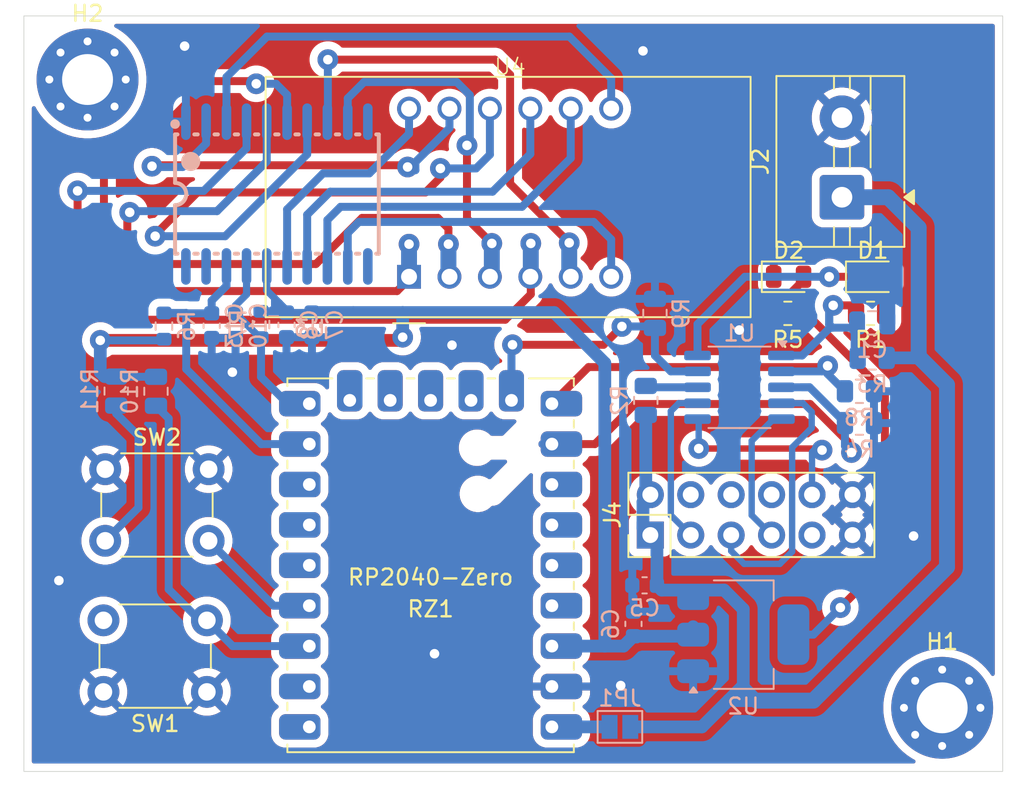
<source format=kicad_pcb>
(kicad_pcb (version 20241229) (generator "pcbnew") (generator_version "9.0")
  (layers (0 "F.Cu" signal) (2 "B.Cu" signal) (13 "F.Paste" user) (15 "B.Paste" user) (5 "F.SilkS" user "F.Silkscreen") (7 "B.SilkS" user "B.Silkscreen") (1 "F.Mask" user) (3 "B.Mask" user) (25 "Edge.Cuts" user))
  (net 0 "")
  (net 1 "VBUS")
  (net 2 "GND")
  (net 3 "+3V3")
  (net 4 "DIO")
  (net 5 "CLK")
  (net 6 "Net-(D2-A)")
  (net 7 "CFG1")
  (net 10 "Net-(RZ1-GP3)")
  (net 11 "Net-(JP1-B)")
  (net 14 "Net-(RZ1-GP2)")
  (net 15 "CFG3")
  (net 19 "CFG2")
  (net 23 "/CC1")
  (net 24 "/CC2")
  (net 25 "/D-")
  (net 26 "VDD")
  (net 27 "Net-(U1-VBUS)")
  (net 28 "/D+")
  (net 29 "PG")
  (net 30 "Net-(U3-SG1KS2)")
  (net 31 "GRID3")
  (net 32 "Net-(U3-SG1KS1)")
  (net 33 "GRID4")
  (net 34 "GRID1")
  (net 35 "Net-(U3-SG1KS6)")
  (net 36 "Net-(U3-SG1KS3)")
  (net 39 "Net-(U3-SG1KS8)")
  (net 40 "Net-(U3-SG1KS5)")
  (net 43 "Net-(U3-SG1KS4)")
  (net 44 "GRID2")
  (net 45 "Net-(U3-SG1KS7)")
  (net 46 "Net-(D1-A)")
  (footprint "LED_SMD:LED_0805_2012Metric" (layer "F.Cu") (at 162.3375 68.9)
    (property "Reference" "D1")
    (property "Value" "LED_RED")
  )
  (footprint "MountingHole:MountingHole_3.2mm_M3_Pad_Via" (layer "F.Cu") (at 166.697056 96)
    (property "Reference" "H1")
    (property "Value" "MountingHole")
  )
  (footprint "Resistor_SMD:R_0805_2012Metric_Pad1.20x1.40mm_HandSolder" (layer "F.Cu") (at 157 71.2 180)
    (property "Reference" "R5")
    (property "Value" "2K2")
  )
  (footprint "Connector_PinHeader_2.54mm:PinHeader_2x06_P2.54mm_Vertical" (layer "F.Cu") (at 148.36 85.14 90)
    (property "Reference" "J4")
    (property "Value" "Conn_02x06_Odd_Even")
  )
  (footprint "MountingHole:MountingHole_3.2mm_M3_Pad_Via" (layer "F.Cu") (at 113 56.5)
    (property "Reference" "H2")
    (property "Value" "MountingHole")
  )
  (footprint "Button_Switch_THT:SW_PUSH_6mm" (layer "F.Cu") (at 114.11 81)
    (property "Reference" "SW2")
    (property "Value" "SW_Push")
  )
  (footprint "LED_SMD:LED_0805_2012Metric" (layer "F.Cu") (at 157.05 68.9)
    (property "Reference" "D2")
    (property "Value" "RED")
  )
  (footprint "TerminalBlock:TerminalBlock_MaiXu_MX126-5.0-02P_1x02_P5.00mm" (layer "F.Cu") (at 160.4 63.9 90)
    (property "Reference" "J2")
    (property "Value" "OUTPUT")
  )
  (footprint "Resistor_SMD:R_0805_2012Metric" (layer "F.Cu") (at 162.2 71.2 180)
    (property "Reference" "R1")
    (property "Value" "1K")
  )
  (footprint "Lib-0:RP2040-Zero" (layer "F.Cu") (at 144.715 74.34 180)
    (property "Reference" "RZ1")
    (property "Value" "RP2040-Zero")
  )
  (footprint "Button_Switch_THT:SW_PUSH_6mm" (layer "F.Cu") (at 120.5 95 180)
    (property "Reference" "SW1")
    (property "Value" "SW_Push")
  )
  (footprint "Lib-0:7segment_0.36inch_fourinone" (layer "F.Cu") (at 123.04 56.2)
    (property "Reference" "U4")
    (property "Value" "7SEgment")
  )
  (footprint "Capacitor_SMD:C_0603_1608Metric" (layer "B.Cu") (at 127.1 71.925 90)
    (property "Reference" "C7")
    (property "Value" "10uF")
  )
  (footprint "Package_TO_SOT_SMD:SOT-223-3_TabPin2" (layer "B.Cu") (at 154.2 91.4)
    (property "Reference" "U2")
    (property "Value" "AMS1117-3.3")
  )
  (footprint "Resistor_SMD:R_0805_2012Metric" (layer "B.Cu") (at 117.3 76.1 -90)
    (property "Reference" "R10")
    (property "Value" "10K")
  )
  (footprint "Resistor_SMD:R_0603_1608Metric" (layer "B.Cu") (at 117.8 72 90)
    (property "Reference" "R6")
    (property "Value" "10K")
  )
  (footprint "Resistor_SMD:R_0805_2012Metric" (layer "B.Cu") (at 148.65 71.2 90)
    (property "Reference" "R9")
    (property "Value" "10K")
  )
  (footprint "Package_SO:SSOP-10-1EP_3.9x4.9mm_P1mm_EP2.1x3.3mm" (layer "B.Cu") (at 153.9625 75.85 180)
    (property "Reference" "U1")
    (property "Value" "CH224K")
  )
  (footprint "Capacitor_SMD:C_0603_1608Metric" (layer "B.Cu") (at 125.5 71.925 90)
    (property "Reference" "C8")
    (property "Value" "100nF")
  )
  (footprint "Capacitor_SMD:C_0603_1608Metric" (layer "B.Cu") (at 147.3 90.725 -90)
    (property "Reference" "C6")
    (property "Value" "10uF")
  )
  (footprint "Resistor_SMD:R_0805_2012Metric" (layer "B.Cu") (at 162.3 74)
    (property "Reference" "R3")
    (property "Value" "1K")
  )
  (footprint "Jumper:SolderJumper-2_P1.3mm_Open_Pad1.0x1.5mm" (layer "B.Cu") (at 146.45 97.2 180)
    (property "Reference" "JP1")
    (property "Value" "Jumper_2_Open")
  )
  (footprint "Lib-0:SOP-20_L12.8-W7.5-P1.27-LS10.4-BL" (layer "B.Cu") (at 124.9 63.7)
    (property "Reference" "U3")
    (property "Value" "TM1637")
  )
  (footprint "Capacitor_SMD:C_0805_2012Metric" (layer "B.Cu") (at 162.3 71.8)
    (property "Reference" "C1")
    (property "Value" "1 uF")
  )
  (footprint "Capacitor_SMD:C_0603_1608Metric" (layer "B.Cu") (at 120.8 71.975 90)
    (property "Reference" "C13")
    (property "Value" "100pF")
  )
  (footprint "Resistor_SMD:R_0805_2012Metric" (layer "B.Cu") (at 148.075 76.675 -90)
    (property "Reference" "R2")
    (property "Value" "10K")
  )
  (footprint "Resistor_SMD:R_0805_2012Metric" (layer "B.Cu") (at 114.8 76.0875 -90)
    (property "Reference" "R11")
    (property "Value" "10K")
  )
  (footprint "Resistor_SMD:R_0603_1608Metric" (layer "B.Cu") (at 123.9 71.9 -90)
    (property "Reference" "R7")
    (property "Value" "10K")
  )
  (footprint "Resistor_SMD:R_0805_2012Metric" (layer "B.Cu") (at 161.5 78.1)
    (property "Reference" "R4")
    (property "Value" "10K")
  )
  (footprint "Capacitor_SMD:C_0603_1608Metric" (layer "B.Cu") (at 122.3 71.975 90)
    (property "Reference" "C10")
    (property "Value" "100pF")
  )
  (footprint "Capacitor_SMD:C_0603_1608Metric" (layer "B.Cu") (at 148 88.3)
    (property "Reference" "C5")
    (property "Value" "10uF")
  )
  (footprint "Resistor_SMD:R_0805_2012Metric" (layer "B.Cu") (at 161.5 76.1)
    (property "Reference" "R8")
    (property "Value" "10K")
  )
  (gr_rect (start 109 52.5) (end 170.5 100) (stroke (width 0.05)) (fill no) (layer "Edge.Cuts"))
  (segment (start 155.05 95.55) (end 154.2 94.7) (width 0.8) (layer "B.Cu") (net 1))
  (segment (start 147.9 83.06) (end 147.9 84.68) (width 0.8) (layer "B.Cu") (net 1))
  (segment (start 147.9 84.68) (end 148.36 85.14) (width 0.8) (layer "B.Cu") (net 1))
  (segment (start 165.02 73.68) (end 164.6 74.1) (width 0.5) (layer "B.Cu") (net 1))
  (segment (start 154.2 94.7) (end 154.1 94.7) (width 0.8) (layer "B.Cu") (net 1))
  (segment (start 165.22 65.82) (end 163.3 63.9) (width 1) (layer "B.Cu") (net 1))
  (segment (start 148.775 85.555) (end 148.36 85.14) (width 0.8) (layer "B.Cu") (net 1))
  (segment (start 151.6 97.2) (end 147.1 97.2) (width 0.8) (layer "B.Cu") (net 1))
  (segment (start 156.1 95.55) (end 153.35 95.55) (width 0.8) (layer "B.Cu") (net 1))
  (segment (start 165.22 73.68) (end 165.22 65.82) (width 1) (layer "B.Cu") (net 1))
  (segment (start 155.05 95.55) (end 156.1 95.55) (width 1) (layer "B.Cu") (net 1))
  (segment (start 167 87.15) (end 158.6 95.55) (width 1) (layer "B.Cu") (net 1))
  (segment (start 154.2 94.7) (end 154.2 89.8) (width 0.8) (layer "B.Cu") (net 1))
  (segment (start 165.22 73.68) (end 165.02 73.68) (width 0.5) (layer "B.Cu") (net 1))
  (segment (start 164.6 74.1) (end 163.025 74.1) (width 0.5) (layer "B.Cu") (net 1))
  (segment (start 167 75.7) (end 167 87.15) (width 1) (layer "B.Cu") (net 1))
  (segment (start 165.22 73.92) (end 167 75.7) (width 1) (layer "B.Cu") (net 1))
  (segment (start 154.1 94.7) (end 153.3 95.5) (width 0.8) (layer "B.Cu") (net 1))
  (segment (start 158.6 95.55) (end 156.1 95.55) (width 1) (layer "B.Cu") (net 1))
  (segment (start 148.775 88.3) (end 148.775 85.555) (width 0.8) (layer "B.Cu") (net 1))
  (segment (start 165.22 73.68) (end 165.22 73.92) (width 1) (layer "B.Cu") (net 1))
  (segment (start 153.35 95.55) (end 153.3 95.5) (width 0.8) (layer "B.Cu") (net 1))
  (segment (start 164.9 74) (end 165.22 73.68) (width 0.8) (layer "B.Cu") (net 1))
  (segment (start 153.3 95.5) (end 151.6 97.2) (width 0.8) (layer "B.Cu") (net 1))
  (segment (start 153 88.6) (end 149.075 88.6) (width 0.8) (layer "B.Cu") (net 1))
  (segment (start 149.075 88.6) (end 148.775 88.3) (width 0.8) (layer "B.Cu") (net 1))
  (segment (start 148.36 82.6) (end 147.9 83.06) (width 0.8) (layer "B.Cu") (net 1))
  (segment (start 148.075 82.315) (end 148.075 77.5875) (width 0.8) (layer "B.Cu") (net 1))
  (segment (start 163.3 63.9) (end 160.4 63.9) (width 1) (layer "B.Cu") (net 1))
  (segment (start 154.2 89.8) (end 153 88.6) (width 0.8) (layer "B.Cu") (net 1))
  (segment (start 148.36 82.6) (end 148.075 82.315) (width 0.8) (layer "B.Cu") (net 1))
  (segment (start 163.2125 74) (end 164.9 74) (width 0.8) (layer "B.Cu") (net 1))
  (via (at 164.9 85.2) (size 1.3) (drill 0.6) (layers "F.Cu" "B.Cu") (net 2))
  (via (at 153.95 72.25) (size 1.3) (drill 0.6) (layers "F.Cu" "B.Cu") (net 2))
  (via (at 111.2 88) (size 1.3) (drill 0.6) (layers "F.Cu" "B.Cu") (net 2))
  (via (at 119.1 54.4) (size 1.3) (drill 0.6) (layers "F.Cu" "B.Cu") (net 2))
  (via (at 147.9 54.7) (size 1.3) (drill 0.6) (layers "F.Cu" "B.Cu") (net 2))
  (via (at 122.1 74.9) (size 1.3) (drill 0.6) (layers "F.Cu" "B.Cu") (net 2))
  (via (at 134.8 92.6) (size 1.3) (drill 0.6) (layers "F.Cu" "B.Cu") (net 2))
  (via (at 135.9 73.2) (size 1.3) (drill 0.6) (layers "F.Cu" "B.Cu") (net 2))
  (via (at 146.5 94.6) (size 1.3) (drill 0.6) (layers "F.Cu" "B.Cu") (net 2))
  (segment (start 163.25 71.8) (end 163.25 69.95) (width 1) (layer "B.Cu") (net 2))
  (segment (start 163.25 69.95) (end 163.2 69.9) (width 0.5) (layer "B.Cu") (net 2))
  (segment (start 113.8 72.9) (end 132.6 72.9) (width 0.8) (layer "F.Cu") (net 3))
  (segment (start 158 71.4) (end 158.2 71.2) (width 0.5) (layer "F.Cu") (net 3))
  (segment (start 132.6 72.9) (end 132.8 72.7) (width 0.8) (layer "F.Cu") (net 3))
  (segment (start 163.1 76.15) (end 163.1 86.9) (width 0.5) (layer "F.Cu") (net 3))
  (segment (start 163.1 86.9) (end 160.3 89.7) (width 0.5) (layer "F.Cu") (net 3))
  (segment (start 158.2 71.25) (end 163.1 76.15) (width 0.5) (layer "F.Cu") (net 3))
  (segment (start 157.925 71.4) (end 158 71.4) (width 0.5) (layer "F.Cu") (net 3))
  (segment (start 158.2 71.2) (end 158.2 71.25) (width 0.5) (layer "F.Cu") (net 3))
  (via (at 160.3 89.7) (size 1.3) (drill 0.6) (layers "F.Cu" "B.Cu") (net 3))
  (via (at 113.8 72.9) (size 1.3) (drill 0.6) (layers "F.Cu" "B.Cu") (net 3))
  (via (at 132.8 72.7) (size 1.3) (drill 0.6) (layers "F.Cu" "B.Cu") (net 3))
  (segment (start 114.075 75.175) (end 114.8 75.175) (width 0.8) (layer "B.Cu") (net 3))
  (segment (start 150.45 91.5) (end 147.3 91.5) (width 0.8) (layer "B.Cu") (net 3))
  (segment (start 124.75272 70.84728) (end 124.75272 70.24728) (width 0.45) (layer "B.Cu") (net 3))
  (segment (start 127.1 71.15) (end 125.5 71.15) (width 0.45) (layer "B.Cu") (net 3))
  (segment (start 123.9 71.075) (end 125.425 71.075) (width 0.5) (layer "B.Cu") (net 3))
  (segment (start 124.26 69.75456) (end 124.75272 70.24728) (width 0.45) (layer "B.Cu") (net 3))
  (segment (start 114.8125 75.1875) (end 114.8 75.175) (width 0.5) (layer "B.Cu") (net 3))
  (segment (start 132.8 72.7) (end 132.8 71.15) (width 0.8) (layer "B.Cu") (net 3))
  (segment (start 117.725 72.9) (end 117.8 72.825) (width 0.5) (layer "B.Cu") (net 3))
  (segment (start 123.9 71.075) (end 124.525 71.075) (width 0.45) (layer "B.Cu") (net 3))
  (segment (start 129.7 71.15) (end 127.1 71.15) (width 0.8) (layer "B.Cu") (net 3))
  (segment (start 113.8 72.9) (end 117.725 72.9) (width 0.5) (layer "B.Cu") (net 3))
  (segment (start 124.75272 70.24728) (end 125.05272 70.54728) (width 0.45) (layer "B.Cu") (net 3))
  (segment (start 146.68 92.12) (end 147.3 91.5) (width 0.8) (layer "B.Cu") (net 3))
  (segment (start 125.5 70.99456) (end 125.5 71.15) (width 0.45) (layer "B.Cu") (net 3))
  (segment (start 158.6 91.4) (end 157.35 91.4) (width 0.5) (layer "B.Cu") (net 3))
  (segment (start 132.8 71.15) (end 129.7 71.15) (width 0.8) (layer "B.Cu") (net 3))
  (segment (start 145.5 92.12) (end 145.5 74.325) (width 0.8) (layer "B.Cu") (net 3))
  (segment (start 145.5 74.325) (end 142.325 71.15) (width 0.8) (layer "B.Cu") (net 3))
  (segment (start 124.525 71.075) (end 125.05272 70.54728) (width 0.45) (layer "B.Cu") (net 3))
  (segment (start 125.05272 70.54728) (end 125.5 70.99456) (width 0.45) (layer "B.Cu") (net 3))
  (segment (start 113.8 74.9) (end 114.075 75.175) (width 0.8) (layer "B.Cu") (net 3))
  (segment (start 142.175 92.12) (end 145.5 92.12) (width 0.8) (layer "B.Cu") (net 3))
  (segment (start 125.425 71.075) (end 125.5 71.15) (width 0.5) (layer "B.Cu") (net 3))
  (segment (start 113.8 72.9) (end 113.8 74.9) (width 0.8) (layer "B.Cu") (net 3))
  (segment (start 142.325 71.15) (end 132.8 71.15) (width 0.8) (layer "B.Cu") (net 3))
  (segment (start 124.26 68.25) (end 124.26 69.75456) (width 0.45) (layer "B.Cu") (net 3))
  (segment (start 124.525 71.075) (end 124.75272 70.84728) (width 0.45) (layer "B.Cu") (net 3))
  (segment (start 117.3 75.1875) (end 114.8125 75.1875) (width 0.5) (layer "B.Cu") (net 3))
  (segment (start 151.05 90.9) (end 150.45 91.5) (width 0.8) (layer "B.Cu") (net 3))
  (segment (start 160.3 89.7) (end 158.6 91.4) (width 0.5) (layer "B.Cu") (net 3))
  (segment (start 145.5 92.12) (end 146.68 92.12) (width 0.8) (layer "B.Cu") (net 3))
  (segment (start 122.99 70.01) (end 122.3 70.7) (width 0.45) (layer "B.Cu") (net 4))
  (segment (start 123.9 75.2) (end 125.58 76.88) (width 0.5) (layer "B.Cu") (net 4))
  (segment (start 123.9 72.725) (end 123.9 75.2) (width 0.5) (layer "B.Cu") (net 4))
  (segment (start 122.99 68.25) (end 122.99 70.01) (width 0.45) (layer "B.Cu") (net 4))
  (segment (start 122.3 71.2) (end 123.825 72.725) (width 0.45) (layer "B.Cu") (net 4))
  (segment (start 123.825 72.725) (end 123.9 72.725) (width 0.45) (layer "B.Cu") (net 4))
  (segment (start 122.3 70.7) (end 122.3 71.05) (width 0.45) (layer "B.Cu") (net 4))
  (segment (start 125.58 76.88) (end 126.935 76.88) (width 0.5) (layer "B.Cu") (net 4))
  (segment (start 117.825 71.2) (end 117.8 71.175) (width 0.5) (layer "B.Cu") (net 5))
  (segment (start 119.2 74.7) (end 123.92 79.42) (width 0.5) (layer "B.Cu") (net 5))
  (segment (start 121.73 68.25) (end 121.73 69.47) (width 0.5) (layer "B.Cu") (net 5))
  (segment (start 123.92 79.42) (end 126.935 79.42) (width 0.5) (layer "B.Cu") (net 5))
  (segment (start 121.73 69.47) (end 120.8 70.4) (width 0.5) (layer "B.Cu") (net 5))
  (segment (start 117.8 71.175) (end 119.2 71.175) (width 0.5) (layer "B.Cu") (net 5))
  (segment (start 120.8 71.2) (end 117.825 71.2) (width 0.5) (layer "B.Cu") (net 5))
  (segment (start 119.2 71.175) (end 119.2 74.7) (width 0.5) (layer "B.Cu") (net 5))
  (segment (start 120.8 70.4) (end 120.8 71.2) (width 0.5) (layer "B.Cu") (net 5))
  (segment (start 156.275 70.825) (end 156.275 71.4) (width 0.5) (layer "F.Cu") (net 6))
  (segment (start 158.1 68.9) (end 158.1 69) (width 0.5) (layer "F.Cu") (net 6))
  (segment (start 158.1 69) (end 156.275 70.825) (width 0.5) (layer "F.Cu") (net 6))
  (segment (start 145.425 73.175) (end 146.575 72.025) (width 0.5) (layer "F.Cu") (net 7))
  (segment (start 139.7 73.175) (end 145.425 73.175) (width 0.5) (layer "F.Cu") (net 7))
  (via (at 146.575 72.025) (size 1.3) (drill 0.6) (layers "F.Cu" "B.Cu") (net 7))
  (via (at 139.7 73.175) (size 1.3) (drill 0.6) (layers "F.Cu" "B.Cu") (net 7))
  (segment (start 146.575 72.025) (end 148.5625 72.025) (width 0.5) (layer "B.Cu") (net 7))
  (segment (start 149.65 74.85) (end 151.325 74.85) (width 0.5) (layer "B.Cu") (net 7))
  (segment (start 139.635 73.24) (end 139.7 73.175) (width 0.5) (layer "B.Cu") (net 7))
  (segment (start 148.65 73.85) (end 149.65 74.85) (width 0.5) (layer "B.Cu") (net 7))
  (segment (start 139.635 76.67) (end 139.635 73.24) (width 0.5) (layer "B.Cu") (net 7))
  (segment (start 148.65 72.1125) (end 148.65 73.85) (width 0.5) (layer "B.Cu") (net 7))
  (segment (start 148.5625 72.025) (end 148.65 72.1125) (width 0.5) (layer "B.Cu") (net 7))
  (segment (start 116.2 83.41) (end 116.2 78.9) (width 0.5) (layer "B.Cu") (net 10))
  (segment (start 114.8 77.5) (end 114.8 77) (width 0.5) (layer "B.Cu") (net 10))
  (segment (start 114.11 85.5) (end 116.2 83.41) (width 0.5) (layer "B.Cu") (net 10))
  (segment (start 116.2 78.9) (end 114.8 77.5) (width 0.5) (layer "B.Cu") (net 10))
  (segment (start 124.69 89.58) (end 126.935 89.58) (width 0.5) (layer "B.Cu") (net 10))
  (segment (start 114.8 85.5) (end 114.11 85.5) (width 0.5) (layer "B.Cu") (net 10))
  (segment (start 120.61 85.5) (end 124.69 89.58) (width 0.5) (layer "B.Cu") (net 10))
  (segment (start 145.8 97.2) (end 142.175 97.2) (width 0.8) (layer "B.Cu") (net 11))
  (segment (start 118.1 88.55) (end 120.05 90.5) (width 0.5) (layer "B.Cu") (net 14))
  (segment (start 118.1 77.8125) (end 118.1 88.55) (width 0.5) (layer "B.Cu") (net 14))
  (segment (start 126.815 92) (end 126.935 92.12) (width 0.5) (layer "B.Cu") (net 14))
  (segment (start 120.5 90.5) (end 122.12 92.12) (width 0.5) (layer "B.Cu") (net 14))
  (segment (start 120.05 90.5) (end 120.5 90.5) (width 0.5) (layer "B.Cu") (net 14))
  (segment (start 122.12 92.12) (end 126.935 92.12) (width 0.5) (layer "B.Cu") (net 14))
  (segment (start 117.3 77.0125) (end 118.1 77.8125) (width 0.5) (layer "B.Cu") (net 14))
  (segment (start 144.88 79.42) (end 142.175 79.42) (width 0.5) (layer "F.Cu") (net 15))
  (segment (start 141.58 79.42) (end 142.175 79.42) (width 0.5) (layer "F.Cu") (net 15))
  (segment (start 161 79.95) (end 161 79.5) (width 0.5) (layer "F.Cu") (net 15))
  (segment (start 158.4 76.9) (end 147.4 76.9) (width 0.5) (layer "F.Cu") (net 15))
  (segment (start 161 79.5) (end 158.4 76.9) (width 0.5) (layer "F.Cu") (net 15))
  (segment (start 147.4 76.9) (end 144.88 79.42) (width 0.5) (layer "F.Cu") (net 15))
  (via (at 161 79.95) (size 1.3) (drill 0.6) (layers "F.Cu" "B.Cu") (net 15))
  (segment (start 160.5875 78.0675) (end 160.5875 78.1) (width 0.5) (layer "B.Cu") (net 15))
  (segment (start 156.6 75.85) (end 158.3375 75.85) (width 0.5) (layer "B.Cu") (net 15))
  (segment (start 160.5875 78.1) (end 160.5875 79.5375) (width 0.5) (layer "B.Cu") (net 15))
  (segment (start 158.3375 75.85) (end 158.37 75.85) (width 0.5) (layer "B.Cu") (net 15))
  (segment (start 160.5875 79.5375) (end 161 79.95) (width 0.5) (layer "B.Cu") (net 15))
  (segment (start 142.175 79.42) (end 141.58 79.42) (width 0.5) (layer "B.Cu") (net 15))
  (segment (start 157.85 75.85) (end 158.3375 75.85) (width 0.5) (layer "B.Cu") (net 15))
  (segment (start 158.37 75.85) (end 160.5875 78.0675) (width 0.5) (layer "B.Cu") (net 15))
  (segment (start 156.6 75.85) (end 157.85 75.85) (width 0.4) (layer "B.Cu") (net 15))
  (segment (start 159.5 74.5) (end 159.422182 74.577818) (width 0.5) (layer "F.Cu") (net 19))
  (segment (start 142.17 76.88) (end 142.175 76.88) (width 0.5) (layer "F.Cu") (net 19))
  (segment (start 144.477182 74.577818) (end 142.175 76.88) (width 0.5) (layer "F.Cu") (net 19))
  (segment (start 159.422182 74.577818) (end 144.477182 74.577818) (width 0.5) (layer "F.Cu") (net 19))
  (via (at 159.5 74.5) (size 1.3) (drill 0.6) (layers "F.Cu" "B.Cu") (net 19))
  (segment (start 159.5 75.0125) (end 160.5875 76.1) (width 0.5) (layer "B.Cu") (net 19))
  (segment (start 156.6 74.85) (end 159.15 74.85) (width 0.5) (layer "B.Cu") (net 19))
  (segment (start 159.15 74.85) (end 159.5 74.5) (width 0.5) (layer "B.Cu") (net 19))
  (segment (start 159.5 74.5) (end 159.5 75.0125) (width 0.5) (layer "B.Cu") (net 19))
  (segment (start 151.325 76.85) (end 150.15 76.85) (width 0.4) (layer "B.Cu") (net 23))
  (segment (start 149.649 83.889) (end 150.9 85.14) (width 0.4) (layer "B.Cu") (net 23))
  (segment (start 150.15 76.85) (end 149.649 77.351) (width 0.4) (layer "B.Cu") (net 23))
  (segment (start 149.649 77.351) (end 149.649 83.889) (width 0.4) (layer "B.Cu") (net 23))
  (segment (start 159.05 79.7) (end 159.15 79.8) (width 0.4) (layer "F.Cu") (net 24))
  (segment (start 151.4 79.7) (end 159.05 79.7) (width 0.4) (layer "F.Cu") (net 24))
  (segment (start 159.15 79.8) (end 159.04 79.69) (width 0.4) (layer "F.Cu") (net 24))
  (segment (start 151.41 79.69) (end 151.4 79.7) (width 0.4) (layer "F.Cu") (net 24))
  (via (at 151.4 79.7) (size 1.3) (drill 0.6) (layers "F.Cu" "B.Cu") (net 24))
  (via (at 159.15 79.8) (size 1.3) (drill 0.6) (layers "F.Cu" "B.Cu") (net 24))
  (segment (start 151.4 77.925) (end 151.325 77.85) (width 0.4) (layer "B.Cu") (net 24))
  (segment (start 151.4 79.7) (end 151.4 77.925) (width 0.4) (layer "B.Cu") (net 24))
  (segment (start 158.64 79.8) (end 158.52 79.92) (width 0.4) (layer "B.Cu") (net 24))
  (segment (start 158.52 79.92) (end 158.52 82.6) (width 0.4) (layer "B.Cu") (net 24))
  (segment (start 159.15 79.8) (end 158.64 79.8) (width 0.4) (layer "B.Cu") (net 24))
  (segment (start 154.729 79.221) (end 156.1 77.85) (width 0.4) (layer "B.Cu") (net 25))
  (segment (start 154.729 83.889) (end 154.729 79.221) (width 0.4) (layer "B.Cu") (net 25))
  (segment (start 156.1 77.85) (end 156.6 77.85) (width 0.4) (layer "B.Cu") (net 25))
  (segment (start 155.98 85.14) (end 154.729 83.889) (width 0.4) (layer "B.Cu") (net 25))
  (segment (start 161.4 71.1) (end 161.4 70.775) (width 0.5) (layer "F.Cu") (net 26))
  (segment (start 159.85 70.7) (end 161.1375 70.7) (width 0.5) (layer "F.Cu") (net 26))
  (segment (start 161.1375 70.7) (end 161.3875 70.95) (width 0.5) (layer "F.Cu") (net 26))
  (via (at 159.85 70.7) (size 1.3) (drill 0.6) (layers "F.Cu" "B.Cu") (net 26))
  (segment (start 161.2 74.1) (end 161.2 72.15) (width 0.5) (layer "B.Cu") (net 26))
  (segment (start 159.85 70.7) (end 159.6 70.95) (width 0.5) (layer "B.Cu") (net 26))
  (segment (start 157.9 73.85) (end 156.6 73.85) (width 0.5) (layer "B.Cu") (net 26))
  (segment (start 159.6 71.9) (end 159.8 72.1) (width 0.5) (layer "B.Cu") (net 26))
  (segment (start 161.2 72.15) (end 161.15 72.1) (width 0.5) (layer "B.Cu") (net 26))
  (segment (start 159.6 70.95) (end 159.6 71.9) (width 0.5) (layer "B.Cu") (net 26))
  (segment (start 159.6 70.95) (end 159.6 72.15) (width 0.5) (layer "B.Cu") (net 26))
  (segment (start 159.8 72.1) (end 161.15 72.1) (width 0.5) (layer "B.Cu") (net 26))
  (segment (start 159.6 72.15) (end 157.9 73.85) (width 0.5) (layer "B.Cu") (net 26))
  (segment (start 148.5625 75.85) (end 148.5 75.7875) (width 0.5) (layer "B.Cu") (net 27))
  (segment (start 151.325 75.85) (end 148.5625 75.85) (width 0.5) (layer "B.Cu") (net 27))
  (segment (start 153.44 86.14) (end 153.44 85.14) (width 0.4) (layer "B.Cu") (net 28))
  (segment (start 156.5 86.95) (end 154.25 86.95) (width 0.4) (layer "B.Cu") (net 28))
  (segment (start 156.6 76.85) (end 157.95 76.85) (width 0.4) (layer "B.Cu") (net 28))
  (segment (start 157.95 76.85) (end 158.5 77.4) (width 0.4) (layer "B.Cu") (net 28))
  (segment (start 158.5 78.4) (end 157.269 79.631) (width 0.4) (layer "B.Cu") (net 28))
  (segment (start 157.269 79.631) (end 157.269 86.181) (width 0.4) (layer "B.Cu") (net 28))
  (segment (start 157.269 86.181) (end 156.5 86.95) (width 0.4) (layer "B.Cu") (net 28))
  (segment (start 154.25 86.95) (end 153.44 86.14) (width 0.4) (layer "B.Cu") (net 28))
  (segment (start 158.5 77.4) (end 158.5 78.4) (width 0.4) (layer "B.Cu") (net 28))
  (segment (start 159.6 68.9) (end 161.4 68.9) (width 0.5) (layer "F.Cu") (net 29))
  (via (at 159.6 68.9) (size 1.3) (drill 0.6) (layers "F.Cu" "B.Cu") (net 29))
  (segment (start 151.325 71.875) (end 151.325 73.85) (width 0.5) (layer "B.Cu") (net 29))
  (segment (start 154.3 68.9) (end 151.325 71.875) (width 0.5) (layer "B.Cu") (net 29))
  (segment (start 159.6 68.9) (end 154.3 68.9) (width 0.5) (layer "B.Cu") (net 29))
  (segment (start 143.275 53.8) (end 124.275 53.8) (width 0.5) (layer "B.Cu") (net 30))
  (segment (start 124.275 53.8) (end 121.73 56.345) (width 0.5) (layer "B.Cu") (net 30))
  (segment (start 121.73 56.345) (end 121.73 59.15) (width 0.5) (layer "B.Cu") (net 30))
  (segment (start 145.9 58.33) (end 145.9 56.425) (width 0.5) (layer "B.Cu") (net 30))
  (segment (start 145.9 56.425) (end 143.275 53.8) (width 0.5) (layer "B.Cu") (net 30))
  (segment (start 131.687834 64.502) (end 131.689834 64.5) (width 0.5) (layer "B.Cu") (net 31))
  (segment (start 140.3 64.5) (end 143.36 61.44) (width 0.5) (layer "B.Cu") (net 31))
  (segment (start 143.36 61.44) (end 143.36 58.33) (width 0.5) (layer "B.Cu") (net 31))
  (segment (start 131.689834 64.5) (end 140.3 64.5) (width 0.5) (layer "B.Cu") (net 31))
  (segment (start 128.07 65.33) (end 128.898 64.502) (width 0.5) (layer "B.Cu") (net 31))
  (segment (start 128.07 68.25) (end 128.07 65.33) (width 0.5) (layer "B.Cu") (net 31))
  (segment (start 128.898 64.502) (end 131.687834 64.502) (width 0.5) (layer "B.Cu") (net 31))
  (segment (start 133 61.89) (end 117.11 61.89) (width 0.5) (layer "F.Cu") (net 32))
  (segment (start 133.11 62) (end 133 61.89) (width 0.5) (layer "F.Cu") (net 32))
  (segment (start 117.11 61.89) (end 117.05 61.95) (width 0.5) (layer "F.Cu") (net 32))
  (via (at 117.05 61.95) (size 1.3) (drill 0.6) (layers "F.Cu" "B.Cu") (net 32))
  (via (at 133.11 62) (size 1.3) (drill 0.6) (layers "F.Cu" "B.Cu") (net 32))
  (segment (start 135.74 59.55) (end 135.74 58.33) (width 0.5) (layer "B.Cu") (net 32))
  (segment (start 133.599 61.691) (end 135.74 59.55) (width 0.5) (layer "B.Cu") (net 32))
  (segment (start 133.4 62) (end 133.599 62.199) (width 0.5) (layer "B.Cu") (net 32))
  (segment (start 133.11 62) (end 133.4 62) (width 0.5) (layer "B.Cu") (net 32))
  (segment (start 117.1 62) (end 118.975 62) (width 0.5) (layer "B.Cu") (net 32))
  (segment (start 118.975 62) (end 120.45 60.525) (width 0.5) (layer "B.Cu") (net 32))
  (segment (start 120.45 60.525) (end 120.45 59.15) (width 0.5) (layer "B.Cu") (net 32))
  (segment (start 133.599 62.199) (end 133.599 61.691) (width 0.5) (layer "B.Cu") (net 32))
  (segment (start 117.05 61.95) (end 117.1 62) (width 0.5) (layer "B.Cu") (net 32))
  (segment (start 130.047 65.453) (end 144.803 65.453) (width 0.5) (layer "B.Cu") (net 33))
  (segment (start 129.35 66.15) (end 130.047 65.453) (width 0.5) (layer "B.Cu") (net 33))
  (segment (start 129.35 68.25) (end 129.35 66.15) (width 0.5) (layer "B.Cu") (net 33))
  (segment (start 144.803 65.453) (end 145.9 66.55) (width 0.5) (layer "B.Cu") (net 33))
  (segment (start 145.9 66.55) (end 145.9 68.9) (width 0.5) (layer "B.Cu") (net 33))
  (segment (start 130.703999 62.4) (end 133.2 59.903999) (width 0.5) (layer "B.Cu") (net 34))
  (segment (start 133.2 59.903999) (end 133.2 58.33) (width 0.5) (layer "B.Cu") (net 34))
  (segment (start 125.54 64.66) (end 127.8 62.4) (width 0.5) (layer "B.Cu") (net 34))
  (segment (start 125.54 68.25) (end 125.54 64.66) (width 0.5) (layer "B.Cu") (net 34))
  (segment (start 127.8 62.4) (end 130.703999 62.4) (width 0.5) (layer "B.Cu") (net 34))
  (segment (start 135.17 62.66) (end 134.23 63.6) (width 0.5) (layer "F.Cu") (net 35))
  (segment (start 135.17 62.09) (end 135.17 62.66) (width 0.5) (layer "F.Cu") (net 35))
  (segment (start 119.9 63.6) (end 117.25 66.25) (width 0.5) (layer "F.Cu") (net 35))
  (segment (start 117.25 66.25) (end 117.25 66.35) (width 0.5) (layer "F.Cu") (net 35))
  (segment (start 134.23 63.6) (end 119.9 63.6) (width 0.5) (layer "F.Cu") (net 35))
  (via (at 135.17 62.09) (size 1.3) (drill 0.6) (layers "F.Cu" "B.Cu") (net 35))
  (via (at 117.25 66.35) (size 1.3) (drill 0.6) (layers "F.Cu" "B.Cu") (net 35))
  (segment (start 137.41 62.09) (end 138.28 61.22) (width 0.5) (layer "B.Cu") (net 35))
  (segment (start 117.25 66.35) (end 121.65 66.35) (width 0.5) (layer "B.Cu") (net 35))
  (segment (start 126.8 61.2) (end 126.8 59.15) (width 0.5) (layer "B.Cu") (net 35))
  (segment (start 138.28 61.22) (end 138.28 58.33) (width 0.5) (layer "B.Cu") (net 35))
  (segment (start 135.17 62.09) (end 137.41 62.09) (width 0.5) (layer "B.Cu") (net 35))
  (segment (start 121.65 66.35) (end 126.8 61.2) (width 0.5) (layer "B.Cu") (net 35))
  (segment (start 115.475 71.6) (end 112.375 68.5) (width 0.5) (layer "F.Cu") (net 36))
  (segment (start 139.25 71.6) (end 115.475 71.6) (width 0.5) (layer "F.Cu") (net 36))
  (segment (start 140.85 66.803) (end 140.85 70) (width 0.5) (layer "F.Cu") (net 36))
  (segment (start 112.375 68.5) (end 112.375 63.5) (width 0.5) (layer "F.Cu") (net 36))
  (segment (start 140.85 70) (end 139.25 71.6) (width 0.5) (layer "F.Cu") (net 36))
  (via (at 112.375 63.5) (size 1.3) (drill 0.6) (layers "F.Cu" "B.Cu") (net 36))
  (via (at 140.85 66.803) (size 1.3) (drill 0.6) (layers "F.Cu" "B.Cu") (net 36))
  (segment (start 122.99 59.15) (end 122.99 60.2) (width 0.5) (layer "B.Cu") (net 36))
  (segment (start 122.99 60.81) (end 120.3 63.5) (width 0.5) (layer "B.Cu") (net 36))
  (segment (start 140.85 66.803) (end 140.85 68.87) (width 1) (layer "B.Cu") (net 36))
  (segment (start 120.3 63.5) (end 112.375 63.5) (width 0.5) (layer "B.Cu") (net 36))
  (segment (start 140.85 68.87) (end 140.82 68.9) (width 1) (layer "B.Cu") (net 36))
  (segment (start 122.99 59.15) (end 122.99 60.81) (width 0.5) (layer "B.Cu") (net 36))
  (segment (start 136.84 65.242) (end 138.401 66.803) (width 0.5) (layer "F.Cu") (net 39))
  (segment (start 136.84 60.64) (end 136.84 65.242) (width 0.5) (layer "F.Cu") (net 39))
  (via (at 138.401 66.803) (size 1.3) (drill 0.6) (layers "F.Cu" "B.Cu") (net 39))
  (via (at 136.84 60.64) (size 1.3) (drill 0.6) (layers "F.Cu" "B.Cu") (net 39))
  (segment (start 130.37 56.66) (end 136.2 56.66) (width 0.5) (layer "B.Cu") (net 39))
  (segment (start 138.401 66.803) (end 138.401 68.779) (width 1) (layer "B.Cu") (net 39))
  (segment (start 129.35 59.15) (end 129.35 57.68) (width 0.5) (layer "B.Cu") (net 39))
  (segment (start 129.35 57.68) (end 130.37 56.66) (width 0.5) (layer "B.Cu") (net 39))
  (segment (start 138.401 68.779) (end 138.28 68.9) (width 1) (layer "B.Cu") (net 39))
  (segment (start 137.02 60.46) (end 136.84 60.64) (width 0.5) (layer "B.Cu") (net 39))
  (segment (start 136.2 56.66) (end 137.02 57.48) (width 0.5) (layer "B.Cu") (net 39))
  (segment (start 137.02 57.48) (end 137.02 60.46) (width 0.5) (layer "B.Cu") (net 39))
  (segment (start 115.86 69.8) (end 132.45 69.8) (width 0.5) (layer "F.Cu") (net 40))
  (segment (start 123.432905 56.6) (end 119.2 56.6) (width 0.5) (layer "F.Cu") (net 40))
  (segment (start 114.03 67.97) (end 115.86 69.8) (width 0.5) (layer "F.Cu") (net 40))
  (segment (start 114.03 61.77) (end 114.03 67.97) (width 0.5) (layer "F.Cu") (net 40))
  (segment (start 119.2 56.6) (end 114.03 61.77) (width 0.5) (layer "F.Cu") (net 40))
  (segment (start 132.45 69.8) (end 133.2 69.05) (width 0.5) (layer "F.Cu") (net 40))
  (segment (start 133.2 69.05) (end 133.2 66.85) (width 0.5) (layer "F.Cu") (net 40))
  (segment (start 123.6 56.767095) (end 123.432905 56.6) (width 0.5) (layer "F.Cu") (net 40))
  (via (at 123.6 56.767095) (size 1.3) (drill 0.6) (layers "F.Cu" "B.Cu") (net 40))
  (via (at 133.2 66.85) (size 1.3) (drill 0.6) (layers "F.Cu" "B.Cu") (net 40))
  (segment (start 133.2 66.85) (end 133.2 68.9) (width 1) (layer "B.Cu") (net 40))
  (segment (start 125.54 57.465) (end 125.54 59.15) (width 0.5) (layer "B.Cu") (net 40))
  (segment (start 123.6 56.767095) (end 124.842095 56.767095) (width 0.5) (layer "B.Cu") (net 40))
  (segment (start 124.842095 56.767095) (end 125.54 57.465) (width 0.5) (layer "B.Cu") (net 40))
  (segment (start 135.01 65.2) (end 135.675 65.865) (width 0.5) (layer "F.Cu") (net 43))
  (segment (start 130.25 65.2) (end 135.01 65.2) (width 0.5) (layer "F.Cu") (net 43))
  (segment (start 115.65 64.85) (end 115.5 65) (width 0.5) (layer "F.Cu") (net 43))
  (segment (start 115.5 67.475) (end 116.125 68.1) (width 0.5) (layer "F.Cu") (net 43))
  (segment (start 135.675 65.865) (end 135.675 66.85) (width 0.5) (layer "F.Cu") (net 43))
  (segment (start 115.5 65) (end 115.5 67.475) (width 0.5) (layer "F.Cu") (net 43))
  (segment (start 127.35 68.1) (end 130.25 65.2) (width 0.5) (layer "F.Cu") (net 43))
  (segment (start 116.125 68.1) (end 127.35 68.1) (width 0.5) (layer "F.Cu") (net 43))
  (via (at 135.675 66.85) (size 1.3) (drill 0.6) (layers "F.Cu" "B.Cu") (net 43))
  (via (at 115.65 64.85) (size 1.3) (drill 0.6) (layers "F.Cu" "B.Cu") (net 43))
  (segment (start 124.26 59.15) (end 124.26 61.65) (width 0.5) (layer "B.Cu") (net 43))
  (segment (start 116.025 64.85) (end 115.65 64.85) (width 0.5) (layer "B.Cu") (net 43))
  (segment (start 116.101 64.774) (end 116.025 64.85) (width 0.5) (layer "B.Cu") (net 43))
  (segment (start 135.675 66.85) (end 135.675 68.835) (width 1) (layer "B.Cu") (net 43))
  (segment (start 124.26 61.65) (end 121.136 64.774) (width 0.5) (layer "B.Cu") (net 43))
  (segment (start 135.675 68.835) (end 135.74 68.9) (width 1) (layer "B.Cu") (net 43))
  (segment (start 121.136 64.774) (end 116.101 64.774) (width 0.5) (layer "B.Cu") (net 43))
  (segment (start 126.8 65) (end 126.8 68.25) (width 0.5) (layer "B.Cu") (net 44))
  (segment (start 140.82 58.33) (end 140.82 61.18) (width 0.5) (layer "B.Cu") (net 44))
  (segment (start 128.249 63.551) (end 126.8 65) (width 0.5) (layer "B.Cu") (net 44))
  (segment (start 140.82 61.18) (end 138.449 63.551) (width 0.5) (layer "B.Cu") (net 44))
  (segment (start 138.449 63.551) (end 128.249 63.551) (width 0.5) (layer "B.Cu") (net 44))
  (segment (start 138.6 55.25) (end 139.55 56.2) (width 0.5) (layer "F.Cu") (net 45))
  (segment (start 128.1 55.25) (end 138.6 55.25) (width 0.5) (layer "F.Cu") (net 45))
  (segment (start 139.55 56.2) (end 139.55 63.05) (width 0.5) (layer "F.Cu") (net 45))
  (segment (start 139.55 63.05) (end 143.265 66.765) (width 0.5) (layer "F.Cu") (net 45))
  (via (at 128.1 55.25) (size 1.3) (drill 0.6) (layers "F.Cu" "B.Cu") (net 45))
  (via (at 143.265 66.765) (size 1.3) (drill 0.6) (layers "F.Cu" "B.Cu") (net 45))
  (segment (start 143.265 68.805) (end 143.36 68.9) (width 1) (layer "B.Cu") (net 45))
  (segment (start 128.1 55.25) (end 128.1 59.12) (width 0.5) (layer "B.Cu") (net 45))
  (segment (start 128.1 59.12) (end 128.07 59.15) (width 0.5) (layer "B.Cu") (net 45))
  (segment (start 143.265 66.765) (end 143.265 68.805) (width 1) (layer "B.Cu") (net 45))
  (segment (start 163.275 68.9) (end 163.275 70.8875) (width 0.5) (layer "F.Cu") (net 46))
  (segment (start 163.275 70.8875) (end 163.2125 70.95) (width 0.5) (layer "F.Cu") (net 46))
  (zone (net 2) (net_name "GND") (layers "F.Cu" "B.Cu") (connect_pads (clearance 0.5)) (min_thickness 0.25) (fill yes (thermal_gap 0.5) (thermal_bridge_width 0.5))
    (polygon (pts (xy 107.5 51.5) (xy 170.5 51.5) (xy 170.5 100.075) (xy 107.5 100.075)))
  )
)
</source>
